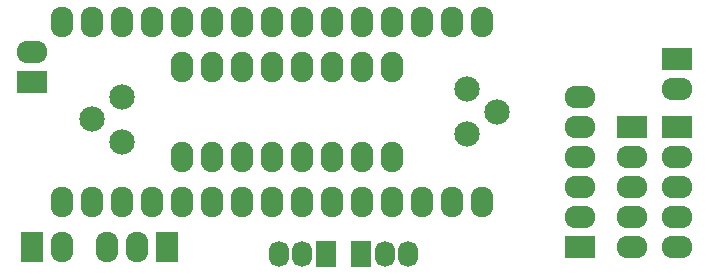
<source format=gbr>
G04 #@! TF.FileFunction,Soldermask,Top*
%FSLAX46Y46*%
G04 Gerber Fmt 4.6, Leading zero omitted, Abs format (unit mm)*
G04 Created by KiCad (PCBNEW 0.201506222247+5806~23~ubuntu14.04.1-product) date gio 25 giu 2015 17:09:51 CEST*
%MOMM*%
G01*
G04 APERTURE LIST*
%ADD10C,0.200000*%
%ADD11O,1.901140X2.599640*%
%ADD12C,2.150060*%
%ADD13R,2.599640X1.924000*%
%ADD14O,2.599640X1.924000*%
%ADD15R,1.700000X2.200000*%
%ADD16O,1.700000X2.200000*%
%ADD17O,1.924000X2.599640*%
%ADD18O,1.924000X2.597100*%
%ADD19R,1.924000X2.599640*%
G04 APERTURE END LIST*
D10*
D11*
X106680000Y-77470000D03*
X109220000Y-77470000D03*
X111760000Y-77470000D03*
X114300000Y-77470000D03*
X116840000Y-77470000D03*
X119380000Y-77470000D03*
X121920000Y-77470000D03*
X124460000Y-77470000D03*
X124460000Y-69850000D03*
X121920000Y-69850000D03*
X119380000Y-69850000D03*
X116840000Y-69850000D03*
X114300000Y-69850000D03*
X111760000Y-69850000D03*
X109220000Y-69850000D03*
X106680000Y-69850000D03*
D12*
X130810000Y-75565000D03*
X133350000Y-73660000D03*
X130810000Y-71755000D03*
X101600000Y-72390000D03*
X99060000Y-74295000D03*
X101600000Y-76200000D03*
D13*
X148590000Y-69215000D03*
D14*
X148590000Y-71755000D03*
D13*
X93980000Y-71120000D03*
D14*
X93980000Y-68580000D03*
D15*
X121825000Y-85725000D03*
D16*
X123825000Y-85725000D03*
X125825000Y-85725000D03*
D15*
X118840000Y-85725000D03*
D16*
X116840000Y-85725000D03*
X114840000Y-85725000D03*
D17*
X96520000Y-81280000D03*
X99060000Y-81280000D03*
X101600000Y-81280000D03*
X104140000Y-81280000D03*
X106680000Y-81280000D03*
X109220000Y-81280000D03*
X111760000Y-81280000D03*
X114300000Y-81280000D03*
X116840000Y-81280000D03*
X119380000Y-81280000D03*
X121920000Y-81280000D03*
X124460000Y-81280000D03*
X127000000Y-81280000D03*
X129540000Y-81280000D03*
X132080000Y-81280000D03*
X132080000Y-66040000D03*
X129540000Y-66040000D03*
X127000000Y-66040000D03*
X124460000Y-66040000D03*
D18*
X121920000Y-66040000D03*
X119380000Y-66040000D03*
X116840000Y-66040000D03*
X114300000Y-66040000D03*
X111760000Y-66040000D03*
X109220000Y-66040000D03*
X106680000Y-66040000D03*
X104140000Y-66040000D03*
X101600000Y-66040000D03*
X99060000Y-66040000D03*
X96520000Y-66040000D03*
D13*
X140335000Y-85090000D03*
D14*
X140335000Y-82550000D03*
X140335000Y-80010000D03*
X140335000Y-77470000D03*
X140335000Y-74930000D03*
X140335000Y-72390000D03*
D19*
X93980000Y-85090000D03*
D17*
X96520000Y-85090000D03*
D19*
X105410000Y-85090000D03*
D17*
X102870000Y-85090000D03*
X100330000Y-85090000D03*
D13*
X148590000Y-74930000D03*
D14*
X148590000Y-77470000D03*
X148590000Y-80010000D03*
X148590000Y-82550000D03*
X148590000Y-85090000D03*
D13*
X144780000Y-74930000D03*
D14*
X144780000Y-77470000D03*
X144780000Y-80010000D03*
X144780000Y-82550000D03*
X144780000Y-85090000D03*
M02*

</source>
